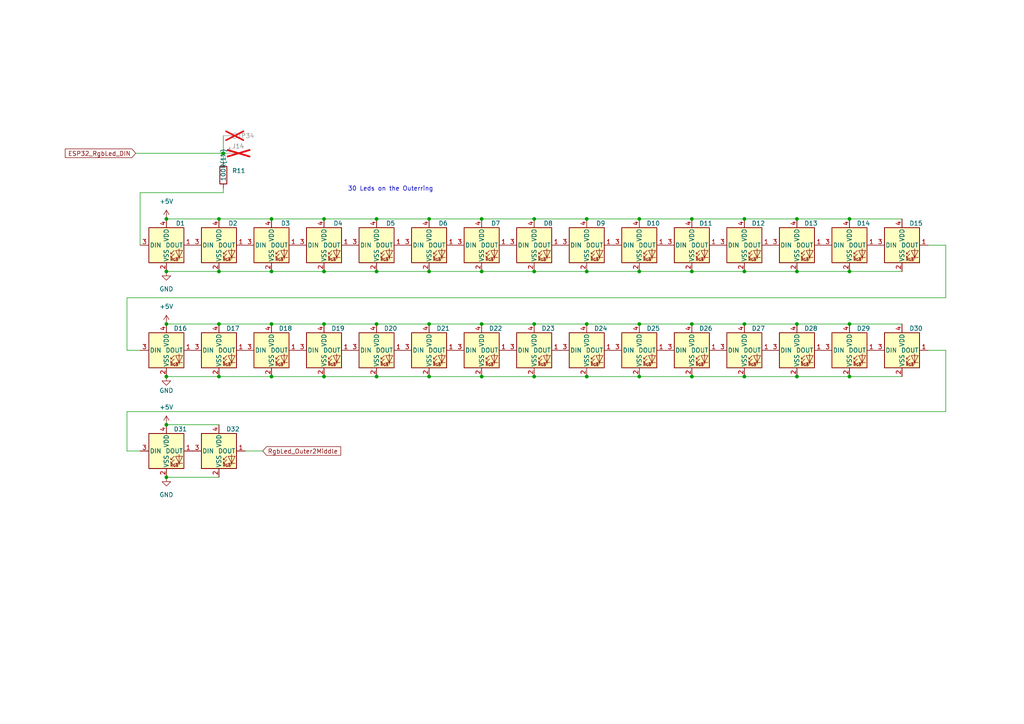
<source format=kicad_sch>
(kicad_sch (version 20231120) (generator "eeschema") (generator_version "8.0")
  (paper "A4")
  (lib_symbols
    (symbol "Connector:Conn_01x01_Pin" (pin_names (offset 1.016) hide)
      (property "Reference" "J" (at 0 2.54 0))
      (property "Value" "Conn_01x01_Pin" (at 0 -2.54 0))
      (symbol "Conn_01x01_Pin_1_1"
        (polyline (pts (xy 1.27 0) (xy 0.8636 0)) (stroke (width 0.1524)))
        (rectangle (start 0.8636 0.127) (end 0 -0.127) (stroke (width 0.1524)) (fill (type outline)))
        (pin passive line (at 5.08 0 180) (length 3.81) (name "Pin_1") (number "1"))
      )
    )
    (symbol "Connector:TestPoint" (pin_numbers hide) (pin_names (offset 0.762) hide)
      (property "Reference" "TP" (at 0 6.858 0))
      (property "Value" "TestPoint" (at 0 5.08 0))
      (symbol "TestPoint_0_1"
        (circle (center 0 3.302) (radius 0.762))
      )
      (symbol "TestPoint_1_1"
        (pin passive line (at 0 0 90) (length 2.54) (name "1") (number "1"))
      )
    )
    (symbol "Device:R" (pin_numbers hide) (pin_names (offset 0))
      (property "Reference" "R" (at 2.032 0 90))
      (property "Value" "R" (at 0 0 90))
      (symbol "R_0_1"
        (rectangle (start -1.016 -2.54) (end 1.016 2.54) (stroke (width 0.254)))
      )
      (symbol "R_1_1"
        (pin passive line (at 0 3.81 270) (length 1.27) (name "~") (number "1"))
        (pin passive line (at 0 -3.81 90) (length 1.27) (name "~") (number "2"))
      )
    )
    (symbol "LED:WS2812B-2020" (pin_names (offset 0.254))
      (property "Reference" "D" (at 5.08 5.715 0))
      (property "Value" "WS2812B-2020" (at 1.27 -5.715 0))
      (symbol "WS2812B-2020_0_0"
        (text "RGB" (at 2.286 -4.191 0) (effects (font (size 0.762 0.762))))
      )
      (symbol "WS2812B-2020_0_1"
        (polyline (pts (xy 1.27 -3.556) (xy 1.778 -3.556)))
        (polyline (pts (xy 1.27 -2.54) (xy 1.778 -2.54)))
        (polyline (pts (xy 4.699 -3.556) (xy 2.667 -3.556)))
        (polyline (pts (xy 2.286 -2.54) (xy 1.27 -3.556) (xy 1.27 -3.048)))
        (polyline (pts (xy 2.286 -1.524) (xy 1.27 -2.54) (xy 1.27 -2.032)))
        (polyline (pts (xy 3.683 -1.016) (xy 3.683 -3.556) (xy 3.683 -4.064)))
        (polyline (pts (xy 4.699 -1.524) (xy 2.667 -1.524) (xy 3.683 -3.556) (xy 4.699 -1.524)))
        (rectangle (start 5.08 5.08) (end -5.08 -5.08) (stroke (width 0.254)) (fill (type background)))
      )
      (symbol "WS2812B-2020_1_1"
        (pin output line (at 7.62 0 180) (length 2.54) (name "DOUT") (number "1"))
        (pin power_in line (at 0 -7.62 90) (length 2.54) (name "VSS") (number "2"))
        (pin input line (at -7.62 0 0) (length 2.54) (name "DIN") (number "3"))
        (pin power_in line (at 0 7.62 270) (length 2.54) (name "VDD") (number "4"))
      )
    )
    (symbol "power:+5V" (power) (pin_numbers hide) (pin_names (offset 0) hide)
      (property "Value" "+5V" (at 0 3.556 0))
      (symbol "+5V_0_1"
        (polyline (pts (xy -0.762 1.27) (xy 0 2.54)))
        (polyline (pts (xy 0 0) (xy 0 2.54)))
        (polyline (pts (xy 0 2.54) (xy 0.762 1.27)))
      )
      (symbol "+5V_1_1"
        (pin power_in line (at 0 0 90) (length 0) (name "~") (number "1"))
      )
    )
    (symbol "power:GND" (power) (pin_numbers hide) (pin_names (offset 0) hide)
      (property "Value" "GND" (at 0 -3.81 0))
      (symbol "GND_0_1"
        (polyline (pts (xy 0 0) (xy 0 -1.27) (xy 1.27 -1.27) (xy 0 -2.54) (xy -1.27 -1.27) (xy 0 -1.27)))
      )
      (symbol "GND_1_1"
        (pin power_in line (at 0 0 270) (length 0) (name "~") (number "1"))
      )
    )
  )
  (junction (at 109.22 63.5))
  (junction (at 154.94 63.5))
  (junction (at 63.5 78.74))
  (junction (at 170.18 78.74))
  (junction (at 139.7 93.98))
  (junction (at 64.77 44.45))
  (junction (at 185.42 63.5))
  (junction (at 231.14 63.5))
  (junction (at 246.38 63.5))
  (junction (at 246.38 93.98))
  (junction (at 109.22 78.74))
  (junction (at 154.94 78.74))
  (junction (at 139.7 78.74))
  (junction (at 231.14 78.74))
  (junction (at 78.74 78.74))
  (junction (at 154.94 93.98))
  (junction (at 124.46 93.98))
  (junction (at 63.5 109.22))
  (junction (at 231.14 93.98))
  (junction (at 78.74 93.98))
  (junction (at 78.74 109.22))
  (junction (at 48.26 109.22))
  (junction (at 48.26 123.19))
  (junction (at 185.42 93.98))
  (junction (at 124.46 78.74))
  (junction (at 154.94 109.22))
  (junction (at 170.18 93.98))
  (junction (at 93.98 63.5))
  (junction (at 48.26 63.5))
  (junction (at 200.66 109.22))
  (junction (at 215.9 63.5))
  (junction (at 109.22 109.22))
  (junction (at 124.46 109.22))
  (junction (at 231.14 109.22))
  (junction (at 170.18 109.22))
  (junction (at 63.5 93.98))
  (junction (at 185.42 78.74))
  (junction (at 200.66 78.74))
  (junction (at 200.66 93.98))
  (junction (at 215.9 93.98))
  (junction (at 93.98 109.22))
  (junction (at 170.18 63.5))
  (junction (at 48.26 78.74))
  (junction (at 78.74 63.5))
  (junction (at 246.38 78.74))
  (junction (at 215.9 78.74))
  (junction (at 48.26 138.43))
  (junction (at 185.42 109.22))
  (junction (at 139.7 109.22))
  (junction (at 215.9 109.22))
  (junction (at 124.46 63.5))
  (junction (at 246.38 109.22))
  (junction (at 63.5 63.5))
  (junction (at 200.66 63.5))
  (junction (at 93.98 78.74))
  (junction (at 139.7 63.5))
  (junction (at 109.22 93.98))
  (junction (at 48.26 93.98))
  (junction (at 93.98 93.98))
  (wire (pts (xy 93.98 63.5) (xy 109.22 63.5)))
  (wire (pts (xy 78.74 63.5) (xy 93.98 63.5)))
  (wire (pts (xy 170.18 93.98) (xy 185.42 93.98)))
  (wire (pts (xy 64.77 54.61) (xy 64.77 55.88)))
  (wire (pts (xy 40.64 55.88) (xy 40.64 71.12)))
  (wire (pts (xy 185.42 93.98) (xy 200.66 93.98)))
  (wire (pts (xy 246.38 109.22) (xy 261.62 109.22)))
  (wire (pts (xy 63.5 93.98) (xy 78.74 93.98)))
  (wire (pts (xy 246.38 63.5) (xy 261.62 63.5)))
  (wire (pts (xy 246.38 93.98) (xy 261.62 93.98)))
  (wire (pts (xy 231.14 78.74) (xy 246.38 78.74)))
  (wire (pts (xy 154.94 109.22) (xy 170.18 109.22)))
  (wire (pts (xy 139.7 78.74) (xy 154.94 78.74)))
  (wire (pts (xy 48.26 93.98) (xy 63.5 93.98)))
  (wire (pts (xy 154.94 63.5) (xy 170.18 63.5)))
  (wire (pts (xy 63.5 63.5) (xy 48.26 63.5)))
  (wire (pts (xy 78.74 78.74) (xy 63.5 78.74)))
  (wire (pts (xy 274.32 86.36) (xy 36.83 86.36)))
  (wire (pts (xy 93.98 78.74) (xy 109.22 78.74)))
  (wire (pts (xy 93.98 109.22) (xy 109.22 109.22)))
  (wire (pts (xy 63.5 109.22) (xy 78.74 109.22)))
  (wire (pts (xy 139.7 93.98) (xy 154.94 93.98)))
  (wire (pts (xy 215.9 93.98) (xy 231.14 93.98)))
  (wire (pts (xy 170.18 63.5) (xy 185.42 63.5)))
  (wire (pts (xy 231.14 109.22) (xy 246.38 109.22)))
  (wire (pts (xy 139.7 63.5) (xy 154.94 63.5)))
  (wire (pts (xy 231.14 63.5) (xy 246.38 63.5)))
  (wire (pts (xy 78.74 93.98) (xy 93.98 93.98)))
  (wire (pts (xy 124.46 78.74) (xy 139.7 78.74)))
  (wire (pts (xy 274.32 119.38) (xy 36.83 119.38)))
  (wire (pts (xy 124.46 63.5) (xy 139.7 63.5)))
  (wire (pts (xy 39.37 44.45) (xy 64.77 44.45)))
  (wire (pts (xy 269.24 101.6) (xy 274.32 101.6)))
  (wire (pts (xy 48.26 123.19) (xy 63.5 123.19)))
  (wire (pts (xy 36.83 130.81) (xy 40.64 130.81)))
  (wire (pts (xy 246.38 78.74) (xy 261.62 78.74)))
  (wire (pts (xy 274.32 71.12) (xy 274.32 86.36)))
  (wire (pts (xy 154.94 78.74) (xy 170.18 78.74)))
  (wire (pts (xy 36.83 101.6) (xy 40.64 101.6)))
  (wire (pts (xy 48.26 78.74) (xy 63.5 78.74)))
  (wire (pts (xy 170.18 109.22) (xy 185.42 109.22)))
  (wire (pts (xy 64.77 55.88) (xy 40.64 55.88)))
  (wire (pts (xy 200.66 63.5) (xy 215.9 63.5)))
  (wire (pts (xy 200.66 78.74) (xy 215.9 78.74)))
  (wire (pts (xy 124.46 109.22) (xy 139.7 109.22)))
  (wire (pts (xy 231.14 93.98) (xy 246.38 93.98)))
  (wire (pts (xy 215.9 109.22) (xy 231.14 109.22)))
  (wire (pts (xy 185.42 109.22) (xy 200.66 109.22)))
  (wire (pts (xy 48.26 138.43) (xy 63.5 138.43)))
  (wire (pts (xy 215.9 78.74) (xy 231.14 78.74)))
  (wire (pts (xy 185.42 63.5) (xy 200.66 63.5)))
  (wire (pts (xy 269.24 71.12) (xy 274.32 71.12)))
  (wire (pts (xy 124.46 93.98) (xy 139.7 93.98)))
  (wire (pts (xy 36.83 119.38) (xy 36.83 130.81)))
  (wire (pts (xy 48.26 109.22) (xy 63.5 109.22)))
  (wire (pts (xy 185.42 78.74) (xy 200.66 78.74)))
  (wire (pts (xy 78.74 109.22) (xy 93.98 109.22)))
  (wire (pts (xy 200.66 109.22) (xy 215.9 109.22)))
  (wire (pts (xy 274.32 101.6) (xy 274.32 119.38)))
  (wire (pts (xy 170.18 78.74) (xy 185.42 78.74)))
  (wire (pts (xy 36.83 86.36) (xy 36.83 101.6)))
  (wire (pts (xy 78.74 78.74) (xy 93.98 78.74)))
  (wire (pts (xy 71.12 130.81) (xy 76.2 130.81)))
  (wire (pts (xy 109.22 93.98) (xy 124.46 93.98)))
  (wire (pts (xy 154.94 93.98) (xy 170.18 93.98)))
  (wire (pts (xy 139.7 109.22) (xy 154.94 109.22)))
  (wire (pts (xy 109.22 78.74) (xy 124.46 78.74)))
  (wire (pts (xy 64.77 39.37) (xy 64.77 44.45)))
  (wire (pts (xy 109.22 63.5) (xy 124.46 63.5)))
  (wire (pts (xy 64.77 44.45) (xy 64.77 46.99)))
  (wire (pts (xy 63.5 63.5) (xy 78.74 63.5)))
  (wire (pts (xy 93.98 93.98) (xy 109.22 93.98)))
  (wire (pts (xy 109.22 109.22) (xy 124.46 109.22)))
  (wire (pts (xy 200.66 93.98) (xy 215.9 93.98)))
  (wire (pts (xy 215.9 63.5) (xy 231.14 63.5)))
  (text "30 Leds on the Outerring\n" (at 113.284 54.864 0) (effects (font (size 1.27 1.27))))
  (global_label "ESP32_RgbLed_DIN" (shape input) (at 39.37 44.45 180) (property "Intersheetrefs" "${INTERSHEET_REFS}" (effects (hide yes))))
  (global_label "RgbLed_Outer2Middle" (shape input) (at 76.2 130.81 0) (property "Intersheetrefs" "${INTERSHEET_REFS}" (effects (hide yes))))
  (symbol (lib_id "LED:WS2812B-2020") (at 200.66 71.12 0) (unit 1)
    (property "Reference" "D11" (at 204.724 64.77 0))
    (property "Value" "WS2812B-2020" (effects (hide yes)))
    (property "Footprint" "LED_SMD:LED_WS2812B-2020_PLCC4_2.0x2.0mm" (effects (hide yes)))
    (property "Datasheet" "https://cdn-shop.adafruit.com/product-files/4684/4684_WS2812B-2020_V1.3_EN.pdf" (effects (hide yes)))
    (property "Description" "RGB LED with integrated controller, 2.0 x 2.0 mm, 12 mA" (effects (hide yes)))
    (property "MPN" "WS2812B-2020" (effects (hide yes)))
  )
  (symbol (lib_id "LED:WS2812B-2020") (at 48.26 101.6 0) (unit 1)
    (property "Reference" "D16" (at 52.324 95.25 0))
    (property "Value" "WS2812B-2020" (effects (hide yes)))
    (property "Footprint" "LED_SMD:LED_WS2812B-2020_PLCC4_2.0x2.0mm" (effects (hide yes)))
    (property "Datasheet" "https://cdn-shop.adafruit.com/product-files/4684/4684_WS2812B-2020_V1.3_EN.pdf" (effects (hide yes)))
    (property "Description" "RGB LED with integrated controller, 2.0 x 2.0 mm, 12 mA" (effects (hide yes)))
    (property "MPN" "WS2812B-2020" (effects (hide yes)))
  )
  (symbol (lib_id "LED:WS2812B-2020") (at 185.42 101.6 0) (unit 1)
    (property "Reference" "D25" (at 189.484 95.25 0))
    (property "Value" "WS2812B-2020" (effects (hide yes)))
    (property "Footprint" "LED_SMD:LED_WS2812B-2020_PLCC4_2.0x2.0mm" (effects (hide yes)))
    (property "Datasheet" "https://cdn-shop.adafruit.com/product-files/4684/4684_WS2812B-2020_V1.3_EN.pdf" (effects (hide yes)))
    (property "Description" "RGB LED with integrated controller, 2.0 x 2.0 mm, 12 mA" (effects (hide yes)))
    (property "MPN" "WS2812B-2020" (effects (hide yes)))
  )
  (symbol (lib_id "LED:WS2812B-2020") (at 246.38 101.6 0) (unit 1)
    (property "Reference" "D29" (at 250.444 95.25 0))
    (property "Value" "WS2812B-2020" (effects (hide yes)))
    (property "Footprint" "LED_SMD:LED_WS2812B-2020_PLCC4_2.0x2.0mm" (effects (hide yes)))
    (property "Datasheet" "https://cdn-shop.adafruit.com/product-files/4684/4684_WS2812B-2020_V1.3_EN.pdf" (effects (hide yes)))
    (property "Description" "RGB LED with integrated controller, 2.0 x 2.0 mm, 12 mA" (effects (hide yes)))
    (property "MPN" "WS2812B-2020" (effects (hide yes)))
  )
  (symbol (lib_id "LED:WS2812B-2020") (at 139.7 101.6 0) (unit 1)
    (property "Reference" "D22" (at 143.764 95.25 0))
    (property "Value" "WS2812B-2020" (effects (hide yes)))
    (property "Footprint" "LED_SMD:LED_WS2812B-2020_PLCC4_2.0x2.0mm" (effects (hide yes)))
    (property "Datasheet" "https://cdn-shop.adafruit.com/product-files/4684/4684_WS2812B-2020_V1.3_EN.pdf" (effects (hide yes)))
    (property "Description" "RGB LED with integrated controller, 2.0 x 2.0 mm, 12 mA" (effects (hide yes)))
    (property "MPN" "WS2812B-2020" (effects (hide yes)))
  )
  (symbol (lib_id "power:+5V") (at 48.26 93.98 0) (unit 1)
    (property "Reference" "#PWR051" (effects (hide yes)))
    (property "Value" "+5V" (at 48.26 88.9 0))
    (property "Description" "Power symbol creates a global label with name \"+5V\"" (effects (hide yes)))
  )
  (symbol (lib_id "Device:R") (at 64.77 50.8 0) (unit 1)
    (property "Reference" "R11" (at 67.31 49.5299 0) (effects (justify left)))
    (property "Value" "100R(1%)" (at 64.77 52.578 90) (effects (justify left)))
    (property "Footprint" "Resistor_SMD:R_0805_2012Metric" (effects (hide yes)))
    (property "Description" "Resistor" (effects (hide yes)))
    (property "MPN" "RC0805FR-07100RL" (effects (hide yes)))
  )
  (symbol (lib_id "LED:WS2812B-2020") (at 170.18 101.6 0) (unit 1)
    (property "Reference" "D24" (at 174.244 95.25 0))
    (property "Value" "WS2812B-2020" (effects (hide yes)))
    (property "Footprint" "LED_SMD:LED_WS2812B-2020_PLCC4_2.0x2.0mm" (effects (hide yes)))
    (property "Datasheet" "https://cdn-shop.adafruit.com/product-files/4684/4684_WS2812B-2020_V1.3_EN.pdf" (effects (hide yes)))
    (property "Description" "RGB LED with integrated controller, 2.0 x 2.0 mm, 12 mA" (effects (hide yes)))
    (property "MPN" "WS2812B-2020" (effects (hide yes)))
  )
  (symbol (lib_id "LED:WS2812B-2020") (at 48.26 130.81 0) (unit 1)
    (property "Reference" "D31" (at 52.324 124.46 0))
    (property "Value" "WS2812B-2020" (effects (hide yes)))
    (property "Footprint" "LED_SMD:LED_WS2812B-2020_PLCC4_2.0x2.0mm" (effects (hide yes)))
    (property "Datasheet" "https://cdn-shop.adafruit.com/product-files/4684/4684_WS2812B-2020_V1.3_EN.pdf" (effects (hide yes)))
    (property "Description" "RGB LED with integrated controller, 2.0 x 2.0 mm, 12 mA" (effects (hide yes)))
    (property "MPN" "WS2812B-2020" (effects (hide yes)))
  )
  (symbol (lib_id "Connector:Conn_01x01_Pin") (at 69.85 44.45 180) (unit 1) (dnp yes)
    (property "Reference" "J14" (at 69.088 42.418 0))
    (property "Value" "Conn_01x01_Pin" (effects (hide yes)))
    (property "Footprint" "Connector_PinHeader_2.54mm:PinHeader_1x01_P2.54mm_Vertical" (effects (hide yes)))
    (property "Description" "Generic connector, single row, 01x01, script generated" (effects (hide yes)))
  )
  (symbol (lib_id "LED:WS2812B-2020") (at 78.74 71.12 0) (unit 1)
    (property "Reference" "D3" (at 82.804 64.77 0))
    (property "Value" "WS2812B-2020" (effects (hide yes)))
    (property "Footprint" "LED_SMD:LED_WS2812B-2020_PLCC4_2.0x2.0mm" (effects (hide yes)))
    (property "Datasheet" "https://cdn-shop.adafruit.com/product-files/4684/4684_WS2812B-2020_V1.3_EN.pdf" (effects (hide yes)))
    (property "Description" "RGB LED with integrated controller, 2.0 x 2.0 mm, 12 mA" (effects (hide yes)))
    (property "MPN" "WS2812B-2020" (effects (hide yes)))
  )
  (symbol (lib_id "LED:WS2812B-2020") (at 109.22 101.6 0) (unit 1)
    (property "Reference" "D20" (at 113.284 95.25 0))
    (property "Value" "WS2812B-2020" (effects (hide yes)))
    (property "Footprint" "LED_SMD:LED_WS2812B-2020_PLCC4_2.0x2.0mm" (effects (hide yes)))
    (property "Datasheet" "https://cdn-shop.adafruit.com/product-files/4684/4684_WS2812B-2020_V1.3_EN.pdf" (effects (hide yes)))
    (property "Description" "RGB LED with integrated controller, 2.0 x 2.0 mm, 12 mA" (effects (hide yes)))
    (property "MPN" "WS2812B-2020" (effects (hide yes)))
  )
  (symbol (lib_id "LED:WS2812B-2020") (at 63.5 101.6 0) (unit 1)
    (property "Reference" "D17" (at 67.564 95.25 0))
    (property "Value" "WS2812B-2020" (effects (hide yes)))
    (property "Footprint" "LED_SMD:LED_WS2812B-2020_PLCC4_2.0x2.0mm" (effects (hide yes)))
    (property "Datasheet" "https://cdn-shop.adafruit.com/product-files/4684/4684_WS2812B-2020_V1.3_EN.pdf" (effects (hide yes)))
    (property "Description" "RGB LED with integrated controller, 2.0 x 2.0 mm, 12 mA" (effects (hide yes)))
    (property "MPN" "WS2812B-2020" (effects (hide yes)))
  )
  (symbol (lib_id "LED:WS2812B-2020") (at 109.22 71.12 0) (unit 1)
    (property "Reference" "D5" (at 113.284 64.77 0))
    (property "Value" "WS2812B-2020" (effects (hide yes)))
    (property "Footprint" "LED_SMD:LED_WS2812B-2020_PLCC4_2.0x2.0mm" (effects (hide yes)))
    (property "Datasheet" "https://cdn-shop.adafruit.com/product-files/4684/4684_WS2812B-2020_V1.3_EN.pdf" (effects (hide yes)))
    (property "Description" "RGB LED with integrated controller, 2.0 x 2.0 mm, 12 mA" (effects (hide yes)))
    (property "MPN" "WS2812B-2020" (effects (hide yes)))
  )
  (symbol (lib_id "LED:WS2812B-2020") (at 124.46 101.6 0) (unit 1)
    (property "Reference" "D21" (at 128.524 95.25 0))
    (property "Value" "WS2812B-2020" (effects (hide yes)))
    (property "Footprint" "LED_SMD:LED_WS2812B-2020_PLCC4_2.0x2.0mm" (effects (hide yes)))
    (property "Datasheet" "https://cdn-shop.adafruit.com/product-files/4684/4684_WS2812B-2020_V1.3_EN.pdf" (effects (hide yes)))
    (property "Description" "RGB LED with integrated controller, 2.0 x 2.0 mm, 12 mA" (effects (hide yes)))
    (property "MPN" "WS2812B-2020" (effects (hide yes)))
  )
  (symbol (lib_id "LED:WS2812B-2020") (at 93.98 71.12 0) (unit 1)
    (property "Reference" "D4" (at 98.044 64.77 0))
    (property "Value" "WS2812B-2020" (effects (hide yes)))
    (property "Footprint" "LED_SMD:LED_WS2812B-2020_PLCC4_2.0x2.0mm" (effects (hide yes)))
    (property "Datasheet" "https://cdn-shop.adafruit.com/product-files/4684/4684_WS2812B-2020_V1.3_EN.pdf" (effects (hide yes)))
    (property "Description" "RGB LED with integrated controller, 2.0 x 2.0 mm, 12 mA" (effects (hide yes)))
    (property "MPN" "WS2812B-2020" (effects (hide yes)))
  )
  (symbol (lib_id "power:GND") (at 48.26 138.43 0) (unit 1)
    (property "Reference" "#PWR054" (effects (hide yes)))
    (property "Value" "GND" (at 48.26 143.51 0))
    (property "Description" "Power symbol creates a global label with name \"GND\" , ground" (effects (hide yes)))
  )
  (symbol (lib_id "LED:WS2812B-2020") (at 93.98 101.6 0) (unit 1)
    (property "Reference" "D19" (at 98.044 95.25 0))
    (property "Value" "WS2812B-2020" (effects (hide yes)))
    (property "Footprint" "LED_SMD:LED_WS2812B-2020_PLCC4_2.0x2.0mm" (effects (hide yes)))
    (property "Datasheet" "https://cdn-shop.adafruit.com/product-files/4684/4684_WS2812B-2020_V1.3_EN.pdf" (effects (hide yes)))
    (property "Description" "RGB LED with integrated controller, 2.0 x 2.0 mm, 12 mA" (effects (hide yes)))
    (property "MPN" "WS2812B-2020" (effects (hide yes)))
  )
  (symbol (lib_id "power:+5V") (at 48.26 123.19 0) (unit 1)
    (property "Reference" "#PWR053" (effects (hide yes)))
    (property "Value" "+5V" (at 48.26 118.11 0))
    (property "Description" "Power symbol creates a global label with name \"+5V\"" (effects (hide yes)))
  )
  (symbol (lib_id "LED:WS2812B-2020") (at 78.74 101.6 0) (unit 1)
    (property "Reference" "D18" (at 82.804 95.25 0))
    (property "Value" "WS2812B-2020" (effects (hide yes)))
    (property "Footprint" "LED_SMD:LED_WS2812B-2020_PLCC4_2.0x2.0mm" (effects (hide yes)))
    (property "Datasheet" "https://cdn-shop.adafruit.com/product-files/4684/4684_WS2812B-2020_V1.3_EN.pdf" (effects (hide yes)))
    (property "Description" "RGB LED with integrated controller, 2.0 x 2.0 mm, 12 mA" (effects (hide yes)))
    (property "MPN" "WS2812B-2020" (effects (hide yes)))
  )
  (symbol (lib_id "LED:WS2812B-2020") (at 170.18 71.12 0) (unit 1)
    (property "Reference" "D9" (at 174.244 64.77 0))
    (property "Value" "WS2812B-2020" (effects (hide yes)))
    (property "Footprint" "LED_SMD:LED_WS2812B-2020_PLCC4_2.0x2.0mm" (effects (hide yes)))
    (property "Datasheet" "https://cdn-shop.adafruit.com/product-files/4684/4684_WS2812B-2020_V1.3_EN.pdf" (effects (hide yes)))
    (property "Description" "RGB LED with integrated controller, 2.0 x 2.0 mm, 12 mA" (effects (hide yes)))
    (property "MPN" "WS2812B-2020" (effects (hide yes)))
  )
  (symbol (lib_id "LED:WS2812B-2020") (at 261.62 71.12 0) (unit 1)
    (property "Reference" "D15" (at 265.684 64.77 0))
    (property "Value" "WS2812B-2020" (effects (hide yes)))
    (property "Footprint" "LED_SMD:LED_WS2812B-2020_PLCC4_2.0x2.0mm" (effects (hide yes)))
    (property "Datasheet" "https://cdn-shop.adafruit.com/product-files/4684/4684_WS2812B-2020_V1.3_EN.pdf" (effects (hide yes)))
    (property "Description" "RGB LED with integrated controller, 2.0 x 2.0 mm, 12 mA" (effects (hide yes)))
    (property "MPN" "WS2812B-2020" (effects (hide yes)))
  )
  (symbol (lib_id "power:+5V") (at 48.26 63.5 0) (unit 1)
    (property "Reference" "#PWR049" (effects (hide yes)))
    (property "Value" "+5V" (at 48.26 58.42 0))
    (property "Description" "Power symbol creates a global label with name \"+5V\"" (effects (hide yes)))
  )
  (symbol (lib_id "Connector:TestPoint") (at 64.77 39.37 270) (unit 1) (dnp yes)
    (property "Reference" "TP34" (at 71.374 39.37 90))
    (property "Value" "TestPoint" (effects (hide yes)))
    (property "Footprint" "TestPoint:TestPoint_Pad_D1.0mm" (effects (hide yes)))
    (property "Description" "test point" (effects (hide yes)))
  )
  (symbol (lib_id "LED:WS2812B-2020") (at 215.9 71.12 0) (unit 1)
    (property "Reference" "D12" (at 219.964 64.77 0))
    (property "Value" "WS2812B-2020" (effects (hide yes)))
    (property "Footprint" "LED_SMD:LED_WS2812B-2020_PLCC4_2.0x2.0mm" (effects (hide yes)))
    (property "Datasheet" "https://cdn-shop.adafruit.com/product-files/4684/4684_WS2812B-2020_V1.3_EN.pdf" (effects (hide yes)))
    (property "Description" "RGB LED with integrated controller, 2.0 x 2.0 mm, 12 mA" (effects (hide yes)))
    (property "MPN" "WS2812B-2020" (effects (hide yes)))
  )
  (symbol (lib_id "LED:WS2812B-2020") (at 231.14 101.6 0) (unit 1)
    (property "Reference" "D28" (at 235.204 95.25 0))
    (property "Value" "WS2812B-2020" (effects (hide yes)))
    (property "Footprint" "LED_SMD:LED_WS2812B-2020_PLCC4_2.0x2.0mm" (effects (hide yes)))
    (property "Datasheet" "https://cdn-shop.adafruit.com/product-files/4684/4684_WS2812B-2020_V1.3_EN.pdf" (effects (hide yes)))
    (property "Description" "RGB LED with integrated controller, 2.0 x 2.0 mm, 12 mA" (effects (hide yes)))
    (property "MPN" "WS2812B-2020" (effects (hide yes)))
  )
  (symbol (lib_id "LED:WS2812B-2020") (at 124.46 71.12 0) (unit 1)
    (property "Reference" "D6" (at 128.524 64.77 0))
    (property "Value" "WS2812B-2020" (effects (hide yes)))
    (property "Footprint" "LED_SMD:LED_WS2812B-2020_PLCC4_2.0x2.0mm" (effects (hide yes)))
    (property "Datasheet" "https://cdn-shop.adafruit.com/product-files/4684/4684_WS2812B-2020_V1.3_EN.pdf" (effects (hide yes)))
    (property "Description" "RGB LED with integrated controller, 2.0 x 2.0 mm, 12 mA" (effects (hide yes)))
    (property "MPN" "WS2812B-2020" (effects (hide yes)))
  )
  (symbol (lib_id "power:GND") (at 48.26 109.22 0) (unit 1)
    (property "Reference" "#PWR052" (effects (hide yes)))
    (property "Value" "GND" (at 48.26 113.284 0))
    (property "Description" "Power symbol creates a global label with name \"GND\" , ground" (effects (hide yes)))
  )
  (symbol (lib_id "LED:WS2812B-2020") (at 139.7 71.12 0) (unit 1)
    (property "Reference" "D7" (at 143.764 64.77 0))
    (property "Value" "WS2812B-2020" (effects (hide yes)))
    (property "Footprint" "LED_SMD:LED_WS2812B-2020_PLCC4_2.0x2.0mm" (effects (hide yes)))
    (property "Datasheet" "https://cdn-shop.adafruit.com/product-files/4684/4684_WS2812B-2020_V1.3_EN.pdf" (effects (hide yes)))
    (property "Description" "RGB LED with integrated controller, 2.0 x 2.0 mm, 12 mA" (effects (hide yes)))
    (property "MPN" "WS2812B-2020" (effects (hide yes)))
  )
  (symbol (lib_id "LED:WS2812B-2020") (at 200.66 101.6 0) (unit 1)
    (property "Reference" "D26" (at 204.724 95.25 0))
    (property "Value" "WS2812B-2020" (effects (hide yes)))
    (property "Footprint" "LED_SMD:LED_WS2812B-2020_PLCC4_2.0x2.0mm" (effects (hide yes)))
    (property "Datasheet" "https://cdn-shop.adafruit.com/product-files/4684/4684_WS2812B-2020_V1.3_EN.pdf" (effects (hide yes)))
    (property "Description" "RGB LED with integrated controller, 2.0 x 2.0 mm, 12 mA" (effects (hide yes)))
    (property "MPN" "WS2812B-2020" (effects (hide yes)))
  )
  (symbol (lib_id "LED:WS2812B-2020") (at 154.94 101.6 0) (unit 1)
    (property "Reference" "D23" (at 159.004 95.25 0))
    (property "Value" "WS2812B-2020" (effects (hide yes)))
    (property "Footprint" "LED_SMD:LED_WS2812B-2020_PLCC4_2.0x2.0mm" (effects (hide yes)))
    (property "Datasheet" "https://cdn-shop.adafruit.com/product-files/4684/4684_WS2812B-2020_V1.3_EN.pdf" (effects (hide yes)))
    (property "Description" "RGB LED with integrated controller, 2.0 x 2.0 mm, 12 mA" (effects (hide yes)))
    (property "MPN" "WS2812B-2020" (effects (hide yes)))
  )
  (symbol (lib_id "LED:WS2812B-2020") (at 63.5 71.12 0) (unit 1)
    (property "Reference" "D2" (at 67.564 64.77 0))
    (property "Value" "WS2812B-2020" (effects (hide yes)))
    (property "Footprint" "LED_SMD:LED_WS2812B-2020_PLCC4_2.0x2.0mm" (effects (hide yes)))
    (property "Datasheet" "https://cdn-shop.adafruit.com/product-files/4684/4684_WS2812B-2020_V1.3_EN.pdf" (effects (hide yes)))
    (property "Description" "RGB LED with integrated controller, 2.0 x 2.0 mm, 12 mA" (effects (hide yes)))
    (property "MPN" "WS2812B-2020" (effects (hide yes)))
  )
  (symbol (lib_id "LED:WS2812B-2020") (at 154.94 71.12 0) (unit 1)
    (property "Reference" "D8" (at 159.004 64.77 0))
    (property "Value" "WS2812B-2020" (effects (hide yes)))
    (property "Footprint" "LED_SMD:LED_WS2812B-2020_PLCC4_2.0x2.0mm" (effects (hide yes)))
    (property "Datasheet" "https://cdn-shop.adafruit.com/product-files/4684/4684_WS2812B-2020_V1.3_EN.pdf" (effects (hide yes)))
    (property "Description" "RGB LED with integrated controller, 2.0 x 2.0 mm, 12 mA" (effects (hide yes)))
    (property "MPN" "WS2812B-2020" (effects (hide yes)))
  )
  (symbol (lib_id "LED:WS2812B-2020") (at 215.9 101.6 0) (unit 1)
    (property "Reference" "D27" (at 219.964 95.25 0))
    (property "Value" "WS2812B-2020" (effects (hide yes)))
    (property "Footprint" "LED_SMD:LED_WS2812B-2020_PLCC4_2.0x2.0mm" (effects (hide yes)))
    (property "Datasheet" "https://cdn-shop.adafruit.com/product-files/4684/4684_WS2812B-2020_V1.3_EN.pdf" (effects (hide yes)))
    (property "Description" "RGB LED with integrated controller, 2.0 x 2.0 mm, 12 mA" (effects (hide yes)))
    (property "MPN" "WS2812B-2020" (effects (hide yes)))
  )
  (symbol (lib_id "LED:WS2812B-2020") (at 246.38 71.12 0) (unit 1)
    (property "Reference" "D14" (at 250.444 64.77 0))
    (property "Value" "WS2812B-2020" (effects (hide yes)))
    (property "Footprint" "LED_SMD:LED_WS2812B-2020_PLCC4_2.0x2.0mm" (effects (hide yes)))
    (property "Datasheet" "https://cdn-shop.adafruit.com/product-files/4684/4684_WS2812B-2020_V1.3_EN.pdf" (effects (hide yes)))
    (property "Description" "RGB LED with integrated controller, 2.0 x 2.0 mm, 12 mA" (effects (hide yes)))
    (property "MPN" "WS2812B-2020" (effects (hide yes)))
  )
  (symbol (lib_id "LED:WS2812B-2020") (at 261.62 101.6 0) (unit 1)
    (property "Reference" "D30" (at 265.684 95.25 0))
    (property "Value" "WS2812B-2020" (effects (hide yes)))
    (property "Footprint" "LED_SMD:LED_WS2812B-2020_PLCC4_2.0x2.0mm" (effects (hide yes)))
    (property "Datasheet" "https://cdn-shop.adafruit.com/product-files/4684/4684_WS2812B-2020_V1.3_EN.pdf" (effects (hide yes)))
    (property "Description" "RGB LED with integrated controller, 2.0 x 2.0 mm, 12 mA" (effects (hide yes)))
    (property "MPN" "WS2812B-2020" (effects (hide yes)))
  )
  (symbol (lib_id "LED:WS2812B-2020") (at 63.5 130.81 0) (unit 1)
    (property "Reference" "D32" (at 67.564 124.46 0))
    (property "Value" "WS2812B-2020" (effects (hide yes)))
    (property "Footprint" "LED_SMD:LED_WS2812B-2020_PLCC4_2.0x2.0mm" (effects (hide yes)))
    (property "Datasheet" "https://cdn-shop.adafruit.com/product-files/4684/4684_WS2812B-2020_V1.3_EN.pdf" (effects (hide yes)))
    (property "Description" "RGB LED with integrated controller, 2.0 x 2.0 mm, 12 mA" (effects (hide yes)))
    (property "MPN" "WS2812B-2020" (effects (hide yes)))
  )
  (symbol (lib_id "LED:WS2812B-2020") (at 185.42 71.12 0) (unit 1)
    (property "Reference" "D10" (at 189.484 64.77 0))
    (property "Value" "WS2812B-2020" (effects (hide yes)))
    (property "Footprint" "LED_SMD:LED_WS2812B-2020_PLCC4_2.0x2.0mm" (effects (hide yes)))
    (property "Datasheet" "https://cdn-shop.adafruit.com/product-files/4684/4684_WS2812B-2020_V1.3_EN.pdf" (effects (hide yes)))
    (property "Description" "RGB LED with integrated controller, 2.0 x 2.0 mm, 12 mA" (effects (hide yes)))
    (property "MPN" "WS2812B-2020" (effects (hide yes)))
  )
  (symbol (lib_id "power:GND") (at 48.26 78.74 0) (unit 1)
    (property "Reference" "#PWR050" (effects (hide yes)))
    (property "Value" "GND" (at 48.26 83.82 0))
    (property "Description" "Power symbol creates a global label with name \"GND\" , ground" (effects (hide yes)))
  )
  (symbol (lib_id "LED:WS2812B-2020") (at 231.14 71.12 0) (unit 1)
    (property "Reference" "D13" (at 235.204 64.77 0))
    (property "Value" "WS2812B-2020" (effects (hide yes)))
    (property "Footprint" "LED_SMD:LED_WS2812B-2020_PLCC4_2.0x2.0mm" (effects (hide yes)))
    (property "Datasheet" "https://cdn-shop.adafruit.com/product-files/4684/4684_WS2812B-2020_V1.3_EN.pdf" (effects (hide yes)))
    (property "Description" "RGB LED with integrated controller, 2.0 x 2.0 mm, 12 mA" (effects (hide yes)))
    (property "MPN" "WS2812B-2020" (effects (hide yes)))
  )
  (symbol (lib_id "LED:WS2812B-2020") (at 48.26 71.12 0) (unit 1)
    (property "Reference" "D1" (at 52.324 64.77 0))
    (property "Value" "WS2812B-2020" (effects (hide yes)))
    (property "Footprint" "LED_SMD:LED_WS2812B-2020_PLCC4_2.0x2.0mm" (effects (hide yes)))
    (property "Datasheet" "https://cdn-shop.adafruit.com/product-files/4684/4684_WS2812B-2020_V1.3_EN.pdf" (effects (hide yes)))
    (property "Description" "RGB LED with integrated controller, 2.0 x 2.0 mm, 12 mA" (effects (hide yes)))
    (property "MPN" "WS2812B-2020" (effects (hide yes)))
  )
)
</source>
